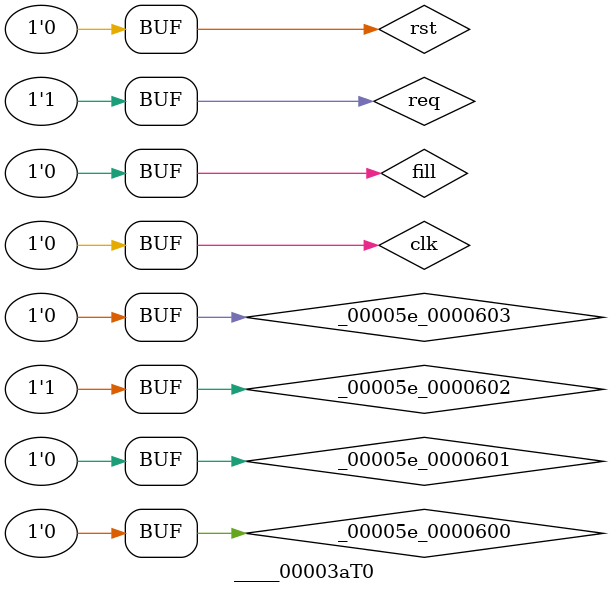
<source format=v>
`timescale 1ps/1ps

module _____00003aT0( ); 
   reg clk;
   reg rst;
   reg req;
   reg fill;
   wire ack__fill;
   wire ack__network;
   wire rom__inputs_00003a1_00003a_00003atrig__r;
   reg signed[7:0] rom__inputs_00003a1_00003a_00003adbus__r;
   wire [0:0] rom__inputs_00003a1_00003a_00003aabus__r;
   reg signed[7:0] rom__inputs_00003a1_00003a_00003amem  [0:1];
   wire ram__outputs_00003a16_00003a_00003atrig__r;
   wire ram__outputs_00003a16_00003a_00003atrig__w;
   reg signed[7:0] ram__outputs_00003a16_00003a_00003adbus__r;
   wire signed[7:0] ram__outputs_00003a16_00003a_00003adbus__w;
   wire [0:0] ram__outputs_00003a16_00003a_00003aabus__r;
   wire [0:0] ram__outputs_00003a16_00003a_00003aabus__w;
   reg signed[7:0] ram__outputs_00003a16_00003a_00003amem  [0:0];
   wire _00005e_0000600;
   wire _00005e_0000601;
   wire _00005e_0000602;
   wire _00005e_0000603;
   wire _00005e_0000604;
   wire _00005e_0000605;
   wire signed[7:0] _00005e_0000606;
   wire _00005e_0000607;
   wire [0:0] _00005e_0000608;
   wire _00005e_0000609;
   wire [0:0] _00005e_00006010;
   wire signed[7:0] _00005e_00006011;

   _____00003aT0_00003a_00003aneural__network_00003aT0 neural__network(.clk(_00005e_0000600),.rst(_00005e_0000601),.req(_00005e_0000602),.fill(_00005e_0000603),._00003a10(_00005e_0000606),.ack__fill(_00005e_0000604),.ack__network(_00005e_0000605),._00003a8(_00005e_0000607),._00003a9(_00005e_0000608),._00003a32(_00005e_0000609),._00003a33(_00005e_00006010),._00003a34(_00005e_00006011));
   assign _00005e_0000600 = clk;

   assign _00005e_0000601 = rst;

   assign _00005e_0000602 = req;

   assign _00005e_0000603 = fill;

   assign ack__fill = _00005e_0000604;

   assign ack__network = _00005e_0000605;

   assign _00005e_0000606 = rom__inputs_00003a1_00003a_00003adbus__r;

   assign rom__inputs_00003a1_00003a_00003atrig__r = _00005e_0000607;

   assign rom__inputs_00003a1_00003a_00003aabus__r = _00005e_0000608;

   assign ram__outputs_00003a16_00003a_00003atrig__w = _00005e_0000609;

   assign ram__outputs_00003a16_00003a_00003aabus__w = _00005e_00006010;

   assign ram__outputs_00003a16_00003a_00003adbus__w = _00005e_00006011;

   initial begin

      $monitor("t=%3d ack_network=%b x0=%b x1=%b y=%b",
           $time,
           ack__network,
           rom__inputs_00003a1_00003a_00003amem[0],
           rom__inputs_00003a1_00003a_00003amem[1],
           ram__outputs_00003a16_00003a_00003amem[0]);

      clk = 32'd0;

      rst = 32'd0;

      req = 32'd0;

      fill = 32'd0;

      #10;

      rst = 32'd1;

      #10;

      clk = 32'd1;

      #10;

      clk = 32'd0;

      #10;

      clk = 32'd1;

      #10;

      clk = 32'd0;

      rst = 32'd0;

      fill = 32'd1;

      #10;

      clk = 32'd1;

      #10;

      clk = 32'd0;

      #10;

      clk = 32'd1;

      #10;

      clk = 32'd0;

      #10;

      clk = 32'd1;

      #10;

      clk = 32'd0;

      #10;

      clk = 32'd1;

      #10;

      clk = 32'd0;

      #10;

      clk = 32'd1;

      #10;

      clk = 32'd0;

      #10;

      clk = 32'd1;

      #10;

      clk = 32'd0;

      #10;

      clk = 32'd1;

      #10;

      clk = 32'd0;

      #10;

      clk = 32'd1;

      #10;

      clk = 32'd0;

      #10;

      clk = 32'd1;

      #10;

      clk = 32'd0;

      #10;

      clk = 32'd1;

      #10;

      clk = 32'd0;

      #10;

      fill = 32'd0;

      clk = 32'd1;

      #10;

      clk = 32'd0;

      req = 32'd1;

      #10;

      clk = 32'd1;

      #10;

      clk = 32'd0;

      #10;

      clk = 32'd1;

      #10;

      clk = 32'd0;

      #10;

      clk = 32'd1;

      #10;

      clk = 32'd0;

      #10;

      clk = 32'd1;

      #10;

      clk = 32'd0;

      #10;

      clk = 32'd1;

      #10;

      clk = 32'd0;

      #10;

      clk = 32'd1;

      #10;

      clk = 32'd0;

      #10;

      clk = 32'd1;

      #10;

      clk = 32'd0;

      #10;

      clk = 32'd1;

      #10;

      clk = 32'd0;

      #10;

      clk = 32'd1;

      #10;

      clk = 32'd0;

      #10;

      clk = 32'd1;

      #10;

      clk = 32'd0;

      #10;

      clk = 32'd1;

      #10;

      clk = 32'd0;

      #10;

      clk = 32'd1;

      #10;

      clk = 32'd0;

      #10;

      clk = 32'd1;

      #10;

      clk = 32'd0;

      #10;

      clk = 32'd1;

      #10;

      clk = 32'd0;

      #10;

      clk = 32'd1;

      #10;

      clk = 32'd0;

      #10;

      clk = 32'd1;

      #10;

      clk = 32'd0;

      #10;

      clk = 32'd1;

      #10;

      clk = 32'd0;

      #10;

      clk = 32'd1;

      #10;

      clk = 32'd0;

      #10;

      clk = 32'd1;

      #10;

      clk = 32'd0;

      #10;

      clk = 32'd1;

      #10;

      clk = 32'd0;

      #10;

      clk = 32'd1;

      #10;

      clk = 32'd0;

      #10;

      clk = 32'd1;

      #10;

      clk = 32'd0;

      #10;

      clk = 32'd1;

      #10;

      clk = 32'd0;

      #10;

      clk = 32'd1;

      #10;

      clk = 32'd0;

      #10;

      clk = 32'd1;

      #10;

      clk = 32'd0;

      #10;

      clk = 32'd1;

      #10;

      clk = 32'd0;

      #10;

      clk = 32'd1;

      #10;

      clk = 32'd0;

      #10;

      clk = 32'd1;

      #10;

      clk = 32'd0;

      #10;

      clk = 32'd1;

      #10;

      clk = 32'd0;

      #10;

      clk = 32'd1;

      #10;

      clk = 32'd0;

      #10;

      clk = 32'd1;

      #10;

      clk = 32'd0;

      #10;

      clk = 32'd1;

      #10;

      clk = 32'd0;

      #10;

      clk = 32'd1;

      #10;

      clk = 32'd0;

      #10;

      clk = 32'd1;

      #10;

      clk = 32'd0;

      #10;

      clk = 32'd1;

      #10;

      clk = 32'd0;

      #10;

      clk = 32'd1;

      #10;

      clk = 32'd0;

      #10;

      clk = 32'd1;

      #10;

      clk = 32'd0;

      #10;

      clk = 32'd1;

      #10;

      clk = 32'd0;

      #10;

      clk = 32'd1;

      #10;

      clk = 32'd0;

      #10;

      clk = 32'd1;

      #10;

      clk = 32'd0;

      #10;

      clk = 32'd1;

      #10;

      clk = 32'd0;

      #10;

   end

   always @( negedge clk ) begin

      rom__inputs_00003a1_00003a_00003adbus__r <= rom__inputs_00003a1_00003a_00003amem[rom__inputs_00003a1_00003a_00003aabus__r];

   end

   always @( negedge clk ) begin

      ram__outputs_00003a16_00003a_00003adbus__r <= ram__outputs_00003a16_00003a_00003amem[ram__outputs_00003a16_00003a_00003aabus__r];

      if (ram__outputs_00003a16_00003a_00003atrig__w) begin
         ram__outputs_00003a16_00003a_00003amem[ram__outputs_00003a16_00003a_00003aabus__w] <= ram__outputs_00003a16_00003a_00003adbus__w;
      end

   end

   initial begin

      rom__inputs_00003a1_00003a_00003amem[32'd0] = 32'd0;

      rom__inputs_00003a1_00003a_00003amem[32'd1] = 32'd16;

   end

endmodule
</source>
